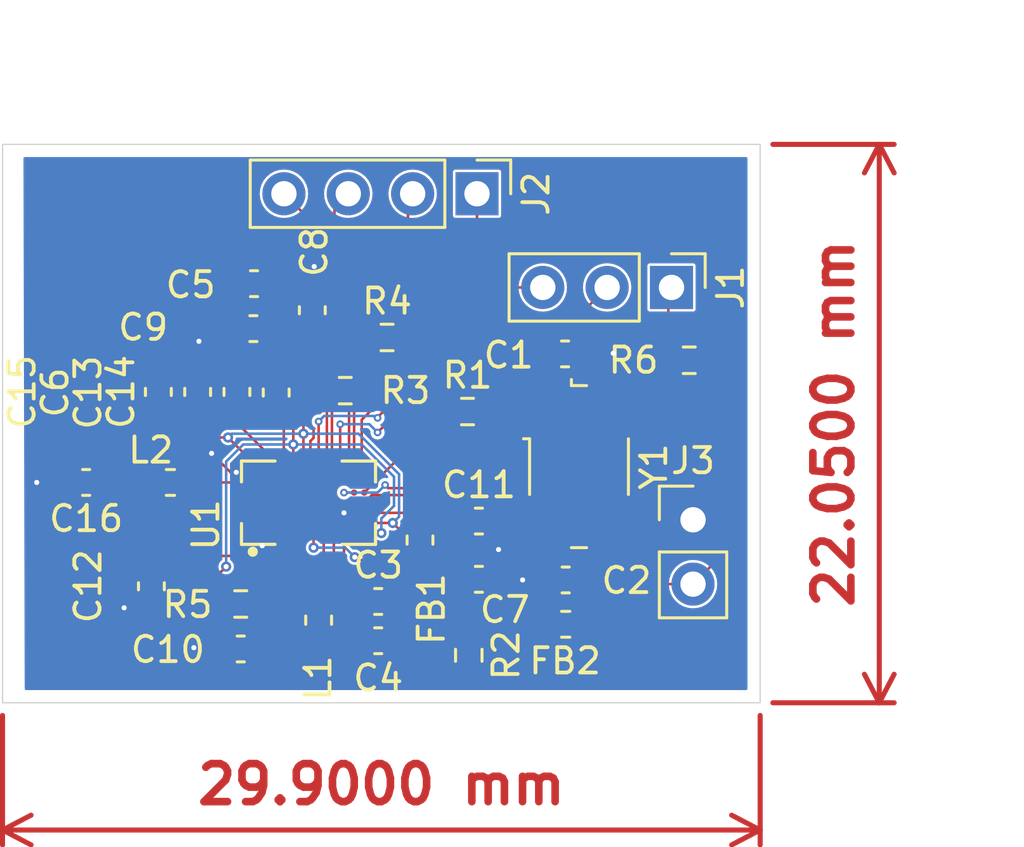
<source format=kicad_pcb>
(kicad_pcb (version 20240108) (generator "pcbnew") (generator_version "8.0")
  (layers (0 "F.Cu" signal) (31 "B.Cu" signal) (34 "B.Paste" user) (35 "F.Paste" user) (36 "B.SilkS" user "B.Silkscreen") (37 "F.SilkS" user "F.Silkscreen") (38 "B.Mask" user) (39 "F.Mask" user) (44 "Edge.Cuts" user))
  (net 0 "")
  (net 15 "GND")
  (net 16 "Net-(C1-Pad1)")
  (net 17 "Net-(U1-WLRF_XTAL_XOP)")
  (net 18 "Net-(U1-WLRF_XTAL_XON)")
  (net 19 "Net-(C3-Pad2)")
  (net 20 "Net-(U1-WLRF_2G_RF)")
  (net 21 "Net-(C4-Pad1)")
  (net 22 "WLRF_2G_ELG")
  (net 23 "ANTENNA")
  (net 24 "WL_D")
  (net 25 "Net-(U1-SDIO_DATA_1)")
  (net 26 "Net-(U1-SDIO_DATA_0)")
  (net 27 "WL_CLK")
  (net 28 "WL_CS")
  (net 29 "WL_ON")
  (net 30 "WL_GPIO2")
  (net 31 "WL_GPIO1")
  (net 32 "WL_GPIO0")
  (net 33 "VOUT_3P3")
  (net 34 "VOUT_CORE")
  (net 35 "VDDBAT")
  (net 36 "BT_PAVDD")
  (net 37 "XTAL_VDD")
  (net 38 "Net-(U1-BTFM_PLL_VDD)")
  (net 39 "VOUT_LN")
  (net 40 "SR_VLX")
  (net 41 "+3.3V")
  (footprint "Capacitor_SMD:C_0603_1608Metric" (layer "F.Cu") (at 134.975 91.925 90)
    (property "Reference" "C13" (at -0.025 -5.875 90) (layer "F.SilkS"))
    (property "Value" "2.2u")
    (fp_line (start -0.14058 -0.51) (end 0.14058 -0.51) (stroke (width 0.12)) (layer "F.SilkS"))
    (fp_line (start -0.14058 0.51) (end 0.14058 0.51) (stroke (width 0.12)) (layer "F.SilkS"))
    (pad "1" smd roundrect (at -0.775 0 90) (size 0.9 0.95) (layers "F.Cu" "F.Paste" "F.Mask") (net 34 "VOUT_CORE"))
    (pad "2" smd roundrect (at 0.775 0 90) (size 0.9 0.95) (layers "F.Cu" "F.Paste" "F.Mask") (net 15 "GND"))
  )
  (footprint "Capacitor_SMD:C_0603_1608Metric" (layer "F.Cu") (at 140.55 100.2)
    (property "Reference" "C3" (at 0 -1.43 0) (layer "F.SilkS"))
    (property "Value" "10p")
    (fp_line (start -0.14058 -0.51) (end 0.14058 -0.51) (stroke (width 0.12)) (layer "F.SilkS"))
    (fp_line (start -0.14058 0.51) (end 0.14058 0.51) (stroke (width 0.12)) (layer "F.SilkS"))
    (pad "1" smd roundrect (at -0.775 0) (size 0.9 0.95) (layers "F.Cu" "F.Paste" "F.Mask") (net 20 "Net-(U1-WLRF_2G_RF)"))
    (pad "2" smd roundrect (at 0.775 0) (size 0.9 0.95) (layers "F.Cu" "F.Paste" "F.Mask") (net 19 "Net-(C3-Pad2)"))
  )
  (footprint "Connector_PinHeader_2.54mm:PinHeader_1x02_P2.54mm_Vertical" (layer "F.Cu") (at 152.975 96.975)
    (property "Reference" "J3" (at 0 -2.33 0) (layer "F.SilkS"))
    (property "Value" "Power")
    (fp_line (start -1.33 -1.33) (end 0 -1.33) (stroke (width 0.12)) (layer "F.SilkS"))
    (fp_line (start -1.33 0) (end -1.33 -1.33) (stroke (width 0.12)) (layer "F.SilkS"))
    (fp_line (start -1.33 1.27) (end -1.33 3.87) (stroke (width 0.12)) (layer "F.SilkS"))
    (fp_line (start -1.33 1.27) (end 1.33 1.27) (stroke (width 0.12)) (layer "F.SilkS"))
    (fp_line (start -1.33 3.87) (end 1.33 3.87) (stroke (width 0.12)) (layer "F.SilkS"))
    (fp_line (start 1.33 1.27) (end 1.33 3.87) (stroke (width 0.12)) (layer "F.SilkS"))
    (pad "1" thru_hole rect (at 0 0) (size 1.7 1.7) (drill 1) (layers "*.Cu" "*.Mask") (net 15 "GND"))
    (pad "2" thru_hole oval (at 0 2.54) (size 1.7 1.7) (drill 1) (layers "*.Cu" "*.Mask") (net 41 "+3.3V"))
  )
  (footprint "Inductor_SMD:L_0603_1608Metric" (layer "F.Cu") (at 142.2 97.775 90)
    (property "Reference" "FB1" (at -2.725 0.45 90) (layer "F.SilkS"))
    (property "Value" "600@100MHz" (hide yes))
    (fp_line (start -0.162779 -0.51) (end 0.162779 -0.51) (stroke (width 0.12)) (layer "F.SilkS"))
    (fp_line (start -0.162779 0.51) (end 0.162779 0.51) (stroke (width 0.12)) (layer "F.SilkS"))
    (pad "1" smd roundrect (at -0.7875 0 90) (size 0.875 0.95) (layers "F.Cu" "F.Paste" "F.Mask") (net 38 "Net-(U1-BTFM_PLL_VDD)"))
    (pad "2" smd roundrect (at 0.7875 0 90) (size 0.875 0.95) (layers "F.Cu" "F.Paste" "F.Mask") (net 37 "XTAL_VDD"))
  )
  (footprint "Capacitor_SMD:C_0603_1608Metric" (layer "F.Cu") (at 133.425 91.925 90)
    (property "Reference" "C6" (at -0.025 -5.625 90) (layer "F.SilkS"))
    (property "Value" "100n")
    (fp_line (start -0.14058 -0.51) (end 0.14058 -0.51) (stroke (width 0.12)) (layer "F.SilkS"))
    (fp_line (start -0.14058 0.51) (end 0.14058 0.51) (stroke (width 0.12)) (layer "F.SilkS"))
    (pad "1" smd roundrect (at -0.775 0 90) (size 0.9 0.95) (layers "F.Cu" "F.Paste" "F.Mask") (net 34 "VOUT_CORE"))
    (pad "2" smd roundrect (at 0.775 0 90) (size 0.9 0.95) (layers "F.Cu" "F.Paste" "F.Mask") (net 15 "GND"))
  )
  (footprint "Inductor_SMD:L_0603_1608Metric" (layer "F.Cu") (at 147.95 101.1)
    (property "Reference" "FB2" (at -0.025 1.45 0) (layer "F.SilkS"))
    (property "Value" "600@100MHz")
    (fp_line (start -0.162779 -0.51) (end 0.162779 -0.51) (stroke (width 0.12)) (layer "F.SilkS"))
    (fp_line (start -0.162779 0.51) (end 0.162779 0.51) (stroke (width 0.12)) (layer "F.SilkS"))
    (pad "1" smd roundrect (at -0.7875 0) (size 0.875 0.95) (layers "F.Cu" "F.Paste" "F.Mask") (net 35 "VDDBAT"))
    (pad "2" smd roundrect (at 0.7875 0) (size 0.875 0.95) (layers "F.Cu" "F.Paste" "F.Mask") (net 41 "+3.3V"))
  )
  (footprint "Resistor_SMD:R_0603_1608Metric" (layer "F.Cu") (at 152.825 90.675)
    (property "Reference" "R6" (at -2.2 0 0) (layer "F.SilkS"))
    (property "Value" "10K")
    (fp_line (start -0.237258 -0.5225) (end 0.237258 -0.5225) (stroke (width 0.12)) (layer "F.SilkS"))
    (fp_line (start -0.237258 0.5225) (end 0.237258 0.5225) (stroke (width 0.12)) (layer "F.SilkS"))
    (pad "1" smd roundrect (at -0.825 0) (size 0.8 0.95) (layers "F.Cu" "F.Paste" "F.Mask") (net 30 "WL_GPIO2"))
    (pad "2" smd roundrect (at 0.825 0) (size 0.8 0.95) (layers "F.Cu" "F.Paste" "F.Mask") (net 41 "+3.3V"))
  )
  (footprint "Capacitor_SMD:C_0603_1608Metric" (layer "F.Cu") (at 129.025 95.5 180)
    (property "Reference" "C16" (at 0 -1.43 360) (layer "F.SilkS"))
    (property "Value" "4.7u")
    (fp_line (start -0.14058 0.51) (end 0.14058 0.51) (stroke (width 0.12)) (layer "F.SilkS"))
    (fp_line (start -0.14058 -0.51) (end 0.14058 -0.51) (stroke (width 0.12)) (layer "F.SilkS"))
    (pad "1" smd roundrect (at -0.775 0 180) (size 0.9 0.95) (layers "F.Cu" "F.Paste" "F.Mask") (net 35 "VDDBAT"))
    (pad "2" smd roundrect (at 0.775 0 180) (size 0.9 0.95) (layers "F.Cu" "F.Paste" "F.Mask") (net 15 "GND"))
  )
  (footprint "Capacitor_SMD:C_0603_1608Metric" (layer "F.Cu") (at 140.55 101.75)
    (property "Reference" "C4" (at 0 1.475 0) (layer "F.SilkS"))
    (property "Value" "10p")
    (fp_line (start -0.14058 -0.51) (end 0.14058 -0.51) (stroke (width 0.12)) (layer "F.SilkS"))
    (fp_line (start -0.14058 0.51) (end 0.14058 0.51) (stroke (width 0.12)) (layer "F.SilkS"))
    (pad "1" smd roundrect (at -0.775 0) (size 0.9 0.95) (layers "F.Cu" "F.Paste" "F.Mask") (net 21 "Net-(C4-Pad1)"))
    (pad "2" smd roundrect (at 0.775 0) (size 0.9 0.95) (layers "F.Cu" "F.Paste" "F.Mask") (net 19 "Net-(C3-Pad2)"))
  )
  (footprint "Capacitor_SMD:C_0603_1608Metric" (layer "F.Cu") (at 136.525 91.95 90)
    (property "Reference" "C14" (at 0.025 -6.125 90) (layer "F.SilkS"))
    (property "Value" "2.2u")
    (fp_line (start -0.14058 -0.51) (end 0.14058 -0.51) (stroke (width 0.12)) (layer "F.SilkS"))
    (fp_line (start -0.14058 0.51) (end 0.14058 0.51) (stroke (width 0.12)) (layer "F.SilkS"))
    (pad "1" smd roundrect (at -0.775 0 90) (size 0.9 0.95) (layers "F.Cu" "F.Paste" "F.Mask") (net 39 "VOUT_LN"))
    (pad "2" smd roundrect (at 0.775 0 90) (size 0.9 0.95) (layers "F.Cu" "F.Paste" "F.Mask") (net 15 "GND"))
  )
  (footprint "Capacitor_SMD:C_0603_1608Metric" (layer "F.Cu") (at 147.95 99.35 180)
    (property "Reference" "C2" (at -2.4 -0.025 360) (layer "F.SilkS"))
    (property "Value" "18p")
    (fp_line (start -0.14058 0.51) (end 0.14058 0.51) (stroke (width 0.12)) (layer "F.SilkS"))
    (fp_line (start -0.14058 -0.51) (end 0.14058 -0.51) (stroke (width 0.12)) (layer "F.SilkS"))
    (pad "1" smd roundrect (at -0.775 0 180) (size 0.9 0.95) (layers "F.Cu" "F.Paste" "F.Mask") (net 17 "Net-(U1-WLRF_XTAL_XOP)"))
    (pad "2" smd roundrect (at 0.775 0 180) (size 0.9 0.95) (layers "F.Cu" "F.Paste" "F.Mask") (net 15 "GND"))
  )
  (footprint "Connector_PinHeader_2.54mm:PinHeader_1x04_P2.54mm_Vertical" (layer "F.Cu") (at 144.45 84.1 -90)
    (property "Reference" "J2" (at 0 -2.33 90) (layer "F.SilkS"))
    (property "Value" "SPI")
    (fp_line (start -1.33 8.95) (end 1.33 8.95) (stroke (width 0.12)) (layer "F.SilkS"))
    (fp_line (start -1.33 1.27) (end -1.33 8.95) (stroke (width 0.12)) (layer "F.SilkS"))
    (fp_line (start -1.33 1.27) (end 1.33 1.27) (stroke (width 0.12)) (layer "F.SilkS"))
    (fp_line (start 1.33 1.27) (end 1.33 8.95) (stroke (width 0.12)) (layer "F.SilkS"))
    (fp_line (start -1.33 0) (end -1.33 -1.33) (stroke (width 0.12)) (layer "F.SilkS"))
    (fp_line (start -1.33 -1.33) (end 0 -1.33) (stroke (width 0.12)) (layer "F.SilkS"))
    (pad "1" thru_hole rect (at 0 0 270) (size 1.7 1.7) (drill 1) (layers "*.Cu" "*.Mask") (net 27 "WL_CLK"))
    (pad "2" thru_hole oval (at 0 2.54 270) (size 1.7 1.7) (drill 1) (layers "*.Cu" "*.Mask") (net 24 "WL_D"))
    (pad "3" thru_hole oval (at 0 5.08 270) (size 1.7 1.7) (drill 1) (layers "*.Cu" "*.Mask") (net 28 "WL_CS"))
    (pad "4" thru_hole oval (at 0 7.62 270) (size 1.7 1.7) (drill 1) (layers "*.Cu" "*.Mask") (net 29 "WL_ON"))
  )
  (footprint "Inductor_SMD:L_0603_1608Metric" (layer "F.Cu") (at 138.2 100.9375 -90)
    (property "Reference" "L1" (at 2.2875 0.025 90) (layer "F.SilkS"))
    (property "Value" "4.7n")
    (fp_line (start -0.162779 0.51) (end 0.162779 0.51) (stroke (width 0.12)) (layer "F.SilkS"))
    (fp_line (start -0.162779 -0.51) (end 0.162779 -0.51) (stroke (width 0.12)) (layer "F.SilkS"))
    (pad "1" smd roundrect (at -0.7875 0 270) (size 0.875 0.95) (layers "F.Cu" "F.Paste" "F.Mask") (net 22 "WLRF_2G_ELG"))
    (pad "2" smd roundrect (at 0.7875 0 270) (size 0.875 0.95) (layers "F.Cu" "F.Paste" "F.Mask") (net 21 "Net-(C4-Pad1)"))
  )
  (footprint "Capacitor_SMD:C_0603_1608Metric" (layer "F.Cu") (at 135.125 102.075 180)
    (property "Reference" "C10" (at 2.875 -0.025 360) (layer "F.SilkS"))
    (property "Value" "1u")
    (fp_line (start -0.14058 0.51) (end 0.14058 0.51) (stroke (width 0.12)) (layer "F.SilkS"))
    (fp_line (start -0.14058 -0.51) (end 0.14058 -0.51) (stroke (width 0.12)) (layer "F.SilkS"))
    (pad "1" smd roundrect (at -0.775 0 180) (size 0.9 0.95) (layers "F.Cu" "F.Paste" "F.Mask") (net 36 "BT_PAVDD"))
    (pad "2" smd roundrect (at 0.775 0 180) (size 0.9 0.95) (layers "F.Cu" "F.Paste" "F.Mask") (net 15 "GND"))
  )
  (footprint "Crystal:Crystal_SMD_0603-4Pin_6.0x3.5mm" (layer "F.Cu") (at 148.475 94.875 -90)
    (property "Reference" "Y1" (at 0 -2.95 90) (layer "F.SilkS"))
    (property "Value" "Crystal")
    (fp_line (start -1.1 1.95) (end -1.1 2.19) (stroke (width 0.12)) (layer "F.SilkS"))
    (fp_line (start 1.1 1.95) (end -1.1 1.95) (stroke (width 0.12)) (layer "F.SilkS"))
    (fp_line (start -3.44 0.3) (end -3.2 0.3) (stroke (width 0.12)) (layer "F.SilkS"))
    (fp_line (start -3.2 0.3) (end -3.2 -0.3) (stroke (width 0.12)) (layer "F.SilkS"))
    (fp_line (start 3.2 -0.3) (end 3.2 0.3) (stroke (width 0.12)) (layer "F.SilkS"))
    (fp_line (start -1.1 -1.95) (end 1.1 -1.95) (stroke (width 0.12)) (layer "F.SilkS"))
    (pad "1" smd rect (at -2.2 1.2 270) (size 1.8 1.4) (layers "F.Cu" "F.Paste" "F.Mask") (net 16 "Net-(C1-Pad1)"))
    (pad "2" smd rect (at 2.2 1.2 270) (size 1.8 1.4) (layers "F.Cu" "F.Paste" "F.Mask") (net 15 "GND"))
    (pad "3" smd rect (at 2.2 -1.2 270) (size 1.8 1.4) (layers "F.Cu" "F.Paste" "F.Mask") (net 17 "Net-(U1-WLRF_XTAL_XOP)"))
    (pad "4" smd rect (at -2.2 -1.2 270) (size 1.8 1.4) (layers "F.Cu" "F.Paste" "F.Mask"))
  )
  (footprint "Connector_PinHeader_2.54mm:PinHeader_1x03_P2.54mm_Vertical" (layer "F.Cu") (at 152.125 87.8 -90)
    (property "Reference" "J1" (at 0 -2.33 90) (layer "F.SilkS"))
    (property "Value" "GPIOs")
    (fp_line (start -1.33 6.41) (end 1.33 6.41) (stroke (width 0.12)) (layer "F.SilkS"))
    (fp_line (start -1.33 1.27) (end -1.33 6.41) (stroke (width 0.12)) (layer "F.SilkS"))
    (fp_line (start -1.33 1.27) (end 1.33 1.27) (stroke (width 0.12)) (layer "F.SilkS"))
    (fp_line (start 1.33 1.27) (end 1.33 6.41) (stroke (width 0.12)) (layer "F.SilkS"))
    (fp_line (start -1.33 0) (end -1.33 -1.33) (stroke (width 0.12)) (layer "F.SilkS"))
    (fp_line (start -1.33 -1.33) (end 0 -1.33) (stroke (width 0.12)) (layer "F.SilkS"))
    (pad "1" thru_hole rect (at 0 0 270) (size 1.7 1.7) (drill 1) (layers "*.Cu" "*.Mask") (net 30 "WL_GPIO2"))
    (pad "2" thru_hole oval (at 0 2.54 270) (size 1.7 1.7) (drill 1) (layers "*.Cu" "*.Mask") (net 32 "WL_GPIO0"))
    (pad "3" thru_hole oval (at 0 5.08 270) (size 1.7 1.7) (drill 1) (layers "*.Cu" "*.Mask") (net 31 "WL_GPIO1"))
  )
  (footprint "Capacitor_SMD:C_0603_1608Metric" (layer "F.Cu") (at 144.525 97.025)
    (property "Reference" "C11" (at 0 -1.43 0) (layer "F.SilkS"))
    (property "Value" "100n")
    (fp_line (start -0.14058 -0.51) (end 0.14058 -0.51) (stroke (width 0.12)) (layer "F.SilkS"))
    (fp_line (start -0.14058 0.51) (end 0.14058 0.51) (stroke (width 0.12)) (layer "F.SilkS"))
    (pad "1" smd roundrect (at -0.775 0) (size 0.9 0.95) (layers "F.Cu" "F.Paste" "F.Mask") (net 37 "XTAL_VDD"))
    (pad "2" smd roundrect (at 0.775 0) (size 0.9 0.95) (layers "F.Cu" "F.Paste" "F.Mask") (net 15 "GND"))
  )
  (footprint "Resistor_SMD:R_0603_1608Metric" (layer "F.Cu") (at 144.125 102.325 -90)
    (property "Reference" "R2" (at 0 -1.475 90) (layer "F.SilkS"))
    (property "Value" "0")
    (fp_line (start -0.237258 0.5225) (end 0.237258 0.5225) (stroke (width 0.12)) (layer "F.SilkS"))
    (fp_line (start -0.237258 -0.5225) (end 0.237258 -0.5225) (stroke (width 0.12)) (layer "F.SilkS"))
    (pad "1" smd roundrect (at -0.825 0 270) (size 0.8 0.95) (layers "F.Cu" "F.Paste" "F.Mask") (net 19 "Net-(C3-Pad2)"))
    (pad "2" smd roundrect (at 0.825 0 270) (size 0.8 0.95) (layers "F.Cu" "F.Paste" "F.Mask") (net 23 "ANTENNA"))
  )
  (footprint "Capacitor_SMD:C_0603_1608Metric" (layer "F.Cu") (at 131.875 91.925 90)
    (property "Reference" "C15" (at 0 -5.375 90) (layer "F.SilkS"))
    (property "Value" "4.7u")
    (fp_line (start -0.14058 -0.51) (end 0.14058 -0.51) (stroke (width 0.12)) (layer "F.SilkS"))
    (fp_line (start -0.14058 0.51) (end 0.14058 0.51) (stroke (width 0.12)) (layer "F.SilkS"))
    (pad "1" smd roundrect (at -0.775 0 90) (size 0.9 0.95) (layers "F.Cu" "F.Paste" "F.Mask") (net 35 "VDDBAT"))
    (pad "2" smd roundrect (at 0.775 0 90) (size 0.9 0.95) (layers "F.Cu" "F.Paste" "F.Mask") (net 15 "GND"))
  )
  (footprint "Capacitor_SMD:C_0603_1608Metric" (layer "F.Cu") (at 131.6 99.6 -90)
    (property "Reference" "C12" (at 0 2.5 90) (layer "F.SilkS"))
    (property "Value" "1u")
    (fp_line (start -0.14058 0.51) (end 0.14058 0.51) (stroke (width 0.12)) (layer "F.SilkS"))
    (fp_line (start -0.14058 -0.51) (end 0.14058 -0.51) (stroke (width 0.12)) (layer "F.SilkS"))
    (pad "1" smd roundrect (at -0.775 0 270) (size 0.9 0.95) (layers "F.Cu" "F.Paste" "F.Mask") (net 38 "Net-(U1-BTFM_PLL_VDD)"))
    (pad "2" smd roundrect (at 0.775 0 270) (size 0.9 0.95) (layers "F.Cu" "F.Paste" "F.Mask") (net 15 "GND"))
  )
  (footprint "Inductor_SMD:L_0603_1608Metric" (layer "F.Cu") (at 132.35 95.5)
    (property "Reference" "L2" (at -0.775 -1.275 0) (layer "F.SilkS"))
    (property "Value" "2.2u")
    (fp_line (start -0.162779 -0.51) (end 0.162779 -0.51) (stroke (width 0.12)) (layer "F.SilkS"))
    (fp_line (start -0.162779 0.51) (end 0.162779 0.51) (stroke (width 0.12)) (layer "F.SilkS"))
    (pad "1" smd roundrect (at -0.7875 0) (size 0.875 0.95) (layers "F.Cu" "F.Paste" "F.Mask") (net 35 "VDDBAT"))
    (pad "2" smd roundrect (at 0.7875 0) (size 0.875 0.95) (layers "F.Cu" "F.Paste" "F.Mask") (net 40 "SR_VLX"))
  )
  (footprint "Capacitor_SMD:C_0603_1608Metric" (layer "F.Cu") (at 135.625 89.425 180)
    (property "Reference" "C9" (at 4.35 0.05 360) (layer "F.SilkS"))
    (property "Value" "1u")
    (fp_line (start -0.14058 0.51) (end 0.14058 0.51) (stroke (width 0.12)) (layer "F.SilkS"))
    (fp_line (start -0.14058 -0.51) (end 0.14058 -0.51) (stroke (width 0.12)) (layer "F.SilkS"))
    (pad "1" smd roundrect (at -0.775 0 180) (size 0.9 0.95) (layers "F.Cu" "F.Paste" "F.Mask") (net 33 "VOUT_3P3"))
    (pad "2" smd roundrect (at 0.775 0 180) (size 0.9 0.95) (layers "F.Cu" "F.Paste" "F.Mask") (net 15 "GND"))
  )
  (footprint "Capacitor_SMD:C_0603_1608Metric" (layer "F.Cu") (at 144.525 99.325)
    (property "Reference" "C7" (at 1.025 1.2 360) (layer "F.SilkS"))
    (property "Value" "1u")
    (fp_line (start -0.14058 -0.51) (end 0.14058 -0.51) (stroke (width 0.12)) (layer "F.SilkS"))
    (fp_line (start -0.14058 0.51) (end 0.14058 0.51) (stroke (width 0.12)) (layer "F.SilkS"))
    (pad "1" smd roundrect (at -0.775 0) (size 0.9 0.95) (layers "F.Cu" "F.Paste" "F.Mask") (net 35 "VDDBAT"))
    (pad "2" smd roundrect (at 0.775 0) (size 0.9 0.95) (layers "F.Cu" "F.Paste" "F.Mask") (net 15 "GND"))
  )
  (footprint "Resistor_SMD:R_0603_1608Metric" (layer "F.Cu") (at 139.25 91.875)
    (property "Reference" "R3" (at 2.375 0 0) (layer "F.SilkS"))
    (property "Value" "10K")
    (fp_line (start -0.237258 -0.5225) (end 0.237258 -0.5225) (stroke (width 0.12)) (layer "F.SilkS"))
    (fp_line (start -0.237258 0.5225) (end 0.237258 0.5225) (stroke (width 0.12)) (layer "F.SilkS"))
    (pad "1" smd roundrect (at -0.825 0) (size 0.8 0.95) (layers "F.Cu" "F.Paste" "F.Mask") (net 25 "Net-(U1-SDIO_DATA_1)"))
    (pad "2" smd roundrect (at 0.825 0) (size 0.8 0.95) (layers "F.Cu" "F.Paste" "F.Mask") (net 24 "WL_D"))
  )
  (footprint "CYW43439KUBGT:BGA63N40P7X12_287X487X55N" (layer "F.Cu") (at 137.8 96.3 90)
    (property "Reference" "U1" (at -0.875 -4.05 90) (layer "F.SilkS"))
    (property "Value" "CYW43439KUBGT")
    (fp_line (start 1.645 -2.645) (end 0.8225 -2.645) (stroke (width 0.127)) (layer "F.SilkS"))
    (fp_line (start 1.645 -2.645) (end 1.645 -1.3225) (stroke (width 0.127)) (layer "F.SilkS"))
    (fp_line (start -1.645 -2.645) (end -0.8225 -2.645) (stroke (width 0.127)) (layer "F.SilkS"))
    (fp_line (start -1.645 -2.645) (end -1.645 -1.3225) (stroke (width 0.127)) (layer "F.SilkS"))
    (fp_line (start 1.645 2.645) (end 1.645 1.3225) (stroke (width 0.127)) (layer "F.SilkS"))
    (fp_line (start 1.645 2.645) (end 0.8225 2.645) (stroke (width 0.127)) (layer "F.SilkS"))
    (fp_line (start -1.645 2.645) (end -1.645 1.3225) (stroke (width 0.127)) (layer "F.SilkS"))
    (fp_line (start -1.645 2.645) (end -0.8225 2.645) (stroke (width 0.127)) (layer "F.SilkS"))
    (fp_circle (center -1.935 -2.2) (end -1.835 -2.2) (stroke (width 0.2)) (fill none) (layer "F.SilkS"))
    (pad "A1" smd circle (at -1.2 -2.2 90) (size 0.25 0.25) (layers "F.Cu" "F.Paste" "F.Mask"))
    (pad "A2" smd circle (at -0.8 -2.2 90) (size 0.25 0.25) (layers "F.Cu" "F.Paste" "F.Mask"))
    (pad "A5" smd circle (at 0.4 -2.2 90) (size 0.25 0.25) (layers "F.Cu" "F.Paste" "F.Mask"))
    (pad "A6" smd circle (at 0.8 -2.2 90) (size 0.25 0.25) (layers "F.Cu" "F.Paste" "F.Mask") (net 40 "SR_VLX"))
    (pad "A7" smd circle (at 1.2 -2.2 90) (size 0.25 0.25) (layers "F.Cu" "F.Paste" "F.Mask") (net 15 "GND"))
    (pad "B1" smd circle (at -1.2 -1.8 90) (size 0.25 0.25) (layers "F.Cu" "F.Paste" "F.Mask") (net 15 "GND"))
    (pad "B2" smd circle (at -0.8 -1.8 90) (size 0.25 0.25) (layers "F.Cu" "F.Paste" "F.Mask"))
    (pad "B4" smd circle (at 0 -1.8 90) (size 0.25 0.25) (layers "F.Cu" "F.Paste" "F.Mask"))
    (pad "B5" smd circle (at 0.4 -1.8 90) (size 0.25 0.25) (layers "F.Cu" "F.Paste" "F.Mask"))
    (pad "B6" smd circle (at 0.8 -1.8 90) (size 0.25 0.25) (layers "F.Cu" "F.Paste" "F.Mask") (net 15 "GND"))
    (pad "B7" smd circle (at 1.2 -1.8 90) (size 0.25 0.25) (layers "F.Cu" "F.Paste" "F.Mask") (net 35 "VDDBAT"))
    (pad "C1" smd circle (at -1.2 -1.4 90) (size 0.25 0.25) (layers "F.Cu" "F.Paste" "F.Mask"))
    (pad "C2" smd circle (at -0.8 -1.4 90) (size 0.25 0.25) (layers "F.Cu" "F.Paste" "F.Mask"))
    (pad "C3" smd circle (at -0.4 -1.4 90) (size 0.25 0.25) (layers "F.Cu" "F.Paste" "F.Mask"))
    (pad "C4" smd circle (at 0 -1.4 90) (size 0.25 0.25) (layers "F.Cu" "F.Paste" "F.Mask"))
    (pad "C6" smd circle (at 0.8 -1.4 90) (size 0.25 0.25) (layers "F.Cu" "F.Paste" "F.Mask") (net 34 "VOUT_CORE"))
    (pad "C7" smd circle (at 1.2 -1.4 90) (size 0.25 0.25) (layers "F.Cu" "F.Paste" "F.Mask") (net 35 "VDDBAT"))
    (pad "D2" smd circle (at -0.8 -1 90) (size 0.25 0.25) (layers "F.Cu" "F.Paste" "F.Mask"))
    (pad "D3" smd circle (at -0.4 -1 90) (size 0.25 0.25) (layers "F.Cu" "F.Paste" "F.Mask") (net 34 "VOUT_CORE"))
    (pad "D4" smd circle (at 0 -1 90) (size 0.25 0.25) (layers "F.Cu" "F.Paste" "F.Mask") (net 15 "GND"))
    (pad "D6" smd circle (at 0.8 -1 90) (size 0.25 0.25) (layers "F.Cu" "F.Paste" "F.Mask") (net 39 "VOUT_LN"))
    (pad "E1" smd circle (at -1.2 -0.6 90) (size 0.25 0.25) (layers "F.Cu" "F.Paste" "F.Mask"))
    (pad "E2" smd circle (at -0.8 -0.6 90) (size 0.25 0.25) (layers "F.Cu" "F.Paste" "F.Mask") (net 38 "Net-(U1-BTFM_PLL_VDD)"))
    (pad "E3" smd circle (at -0.4 -0.6 90) (size 0.25 0.25) (layers "F.Cu" "F.Paste" "F.Mask") (net 15 "GND"))
    (pad "E6" smd circle (at 0.8 -0.6 90) (size 0.25 0.25) (layers "F.Cu" "F.Paste" "F.Mask") (net 29 "WL_ON"))
    (pad "E7" smd circle (at 1.2 -0.6 90) (size 0.25 0.25) (layers "F.Cu" "F.Paste" "F.Mask") (net 33 "VOUT_3P3"))
    (pad "F1" smd circle (at -1.2 -0.2 90) (size 0.25 0.25) (layers "F.Cu" "F.Paste" "F.Mask") (net 38 "Net-(U1-BTFM_PLL_VDD)"))
    (pad "F2" smd circle (at -0.8 -0.2 90) (size 0.25 0.25) (layers "F.Cu" "F.Paste" "F.Mask") (net 38 "Net-(U1-BTFM_PLL_VDD)"))
    (pad "F5" smd circle (at 0.4 -0.2 90) (size 0.25 0.25) (layers "F.Cu" "F.Paste" "F.Mask"))
    (pad "F6" smd circle (at 0.8 -0.2 90) (size 0.25 0.25) (layers "F.Cu" "F.Paste" "F.Mask") (net 35 "VDDBAT"))
    (pad "F7" smd circle (at 1.2 -0.2 90) (size 0.25 0.25) (layers "F.Cu" "F.Paste" "F.Mask") (net 35 "VDDBAT"))
    (pad "G1" smd circle (at -1.2 0.2 90) (size 0.25 0.25) (layers "F.Cu" "F.Paste" "F.Mask") (net 38 "Net-(U1-BTFM_PLL_VDD)"))
    (pad "G2" smd circle (at -0.8 0.2 90) (size 0.25 0.25) (layers "F.Cu" "F.Paste" "F.Mask") (net 15 "GND"))
    (pad "G4" smd circle (at 0 0.2 90) (size 0.25 0.25) (layers "F.Cu" "F.Paste" "F.Mask") (net 34 "VOUT_CORE"))
    (pad "G6" smd circle (at 0.8 0.2 90) (size 0.25 0.25) (layers "F.Cu" "F.Paste" "F.Mask") (net 29 "WL_ON"))
    (pad "H1" smd circle (at -1.2 0.6 90) (size 0.25 0.25) (layers "F.Cu" "F.Paste" "F.Mask") (net 36 "BT_PAVDD"))
    (pad "H2" smd circle (at -0.8 0.6 90) (size 0.25 0.25) (layers "F.Cu" "F.Paste" "F.Mask") (net 15 "GND"))
    (pad "H3" smd circle (at -0.4 0.6 90) (size 0.25 0.25) (layers "F.Cu" "F.Paste" "F.Mask") (net 15 "GND"))
    (pad "H4" smd circle (at 0 0.6 90) (size 0.25 0.25) (layers "F.Cu" "F.Paste" "F.Mask") (net 15 "GND"))
    (pad "H6" smd circle (at 0.8 0.6 90) (size 0.25 0.25) (layers "F.Cu" "F.Paste" "F.Mask") (net 31 "WL_GPIO1"))
    (pad "H7" smd circle (at 1.2 0.6 90) (size 0.25 0.25) (layers "F.Cu" "F.Paste" "F.Mask") (net 25 "Net-(U1-SDIO_DATA_1)"))
    (pad "J1" smd circle (at -1.2 1 90) (size 0.25 0.25) (layers "F.Cu" "F.Paste" "F.Mask") (net 22 "WLRF_2G_ELG"))
    (pad "J2" smd circle (at -0.8 1 90) (size 0.25 0.25) (layers "F.Cu" "F.Paste" "F.Mask") (net 15 "GND"))
    (pad "J3" smd circle (at -0.4 1 90) (size 0.25 0.25) (layers "F.Cu" "F.Paste" "F.Mask") (net 15 "GND"))
    (pad "J5" smd circle (at 0.4 1 90) (size 0.25 0.25) (layers "F.Cu" "F.Paste" "F.Mask") (net 15 "GND"))
    (pad "J6" smd circle (at 0.8 1 90) (size 0.25 0.25) (layers "F.Cu" "F.Paste" "F.Mask") (net 32 "WL_GPIO0"))
    (pad "J7" smd circle (at 1.2 1 90) (size 0.25 0.25) (layers "F.Cu" "F.Paste" "F.Mask") (net 28 "WL_CS"))
    (pad "K1" smd circle (at -1.2 1.4 90) (size 0.25 0.25) (layers "F.Cu" "F.Paste" "F.Mask") (net 20 "Net-(U1-WLRF_2G_RF)"))
    (pad "K2" smd circle (at -0.8 1.4 90) (size 0.25 0.25) (layers "F.Cu" "F.Paste" "F.Mask") (net 15 "GND"))
    (pad "K6" smd circle (at 0.8 1.4 90) (size 0.25 0.25) (layers "F.Cu" "F.Paste" "F.Mask") (net 26 "Net-(U1-SDIO_DATA_0)"))
    (pad "L2" smd circle (at -0.8 1.8 90) (size 0.25 0.25) (layers "F.Cu" "F.Paste" "F.Mask") (net 15 "GND"))
    (pad "L3" smd circle (at -0.4 1.8 90) (size 0.25 0.25) (layers "F.Cu" "F.Paste" "F.Mask") (net 15 "GND"))
    (pad "L4" smd circle (at 0 1.8 90) (size 0.25 0.25) (layers "F.Cu" "F.Paste" "F.Mask") (net 15 "GND"))
    (pad "L5" smd circle (at 0.4 1.8 90) (size 0.25 0.25) (layers "F.Cu" "F.Paste" "F.Mask") (net 30 "WL_GPIO2"))
    (pad "L6" smd circle (at 0.8 1.8 90) (size 0.25 0.25) (layers "F.Cu" "F.Paste" "F.Mask") (net 24 "WL_D"))
    (pad "L7" smd circle (at 1.2 1.8 90) (size 0.25 0.25) (layers "F.Cu" "F.Paste" "F.Mask") (net 24 "WL_D"))
    (pad "M1" smd circle (at -1.2 2.2 90) (size 0.25 0.25) (layers "F.Cu" "F.Paste" "F.Mask") (net 33 "VOUT_3P3"))
    (pad "M2" smd circle (at -0.8 2.2 90) (size 0.25 0.25) (layers "F.Cu" "F.Paste" "F.Mask") (net 35 "VDDBAT"))
    (pad "M3" smd circle (at -0.4 2.2 90) (size 0.25 0.25) (layers "F.Cu" "F.Paste" "F.Mask") (net 37 "XTAL_VDD"))
    (pad "M4" smd circle (at 0 2.2 90) (size 0.25 0.25) (layers "F.Cu" "F.Paste" "F.Mask") (net 17 "Net-(U1-WLRF_XTAL_XOP)"))
    (pad "M5" smd circle (at 0.4 2.2 90) (size 0.25 0.25) (layers "F.Cu" "F.Paste" "F.Mask") (net 18 "Net-(U1-WLRF_XTAL_XON)"))
    (pad "M6" smd circle (at 0.8 2.2 90) (size 0.25 0.25) (layers "F.Cu" "F.Paste" "F.Mask"))
    (pad "M7" smd circle (at 1.2 2.2 90) (size 0.25 0.25) (layers "F.Cu" "F.Paste" "F.Mask") (net 27 "WL_CLK"))
  )
  (footprint "Capacitor_SMD:C_0603_1608Metric" (layer "F.Cu") (at 147.925 90.425)
    (property "Reference" "C1" (at -2.225 0.05 360) (layer "F.SilkS"))
    (property "Value" "18p")
    (fp_line (start -0.14058 -0.51) (end 0.14058 -0.51) (stroke (width 0.12)) (layer "F.SilkS"))
    (fp_line (start -0.14058 0.51) (end 0.14058 0.51) (stroke (width 0.12)) (layer "F.SilkS"))
    (pad "1" smd roundrect (at -0.775 0) (size 0.9 0.95) (layers "F.Cu" "F.Paste" "F.Mask") (net 16 "Net-(C1-Pad1)"))
    (pad "2" smd roundrect (at 0.775 0) (size 0.9 0.95) (layers "F.Cu" "F.Paste" "F.Mask") (net 15 "GND"))
  )
  (footprint "Resistor_SMD:R_0603_1608Metric" (layer "F.Cu") (at 140.9 89.775)
    (property "Reference" "R4" (at 0 -1.43 360) (layer "F.SilkS"))
    (property "Value" "470")
    (fp_line (start -0.237258 -0.5225) (end 0.237258 -0.5225) (stroke (width 0.12)) (layer "F.SilkS"))
    (fp_line (start -0.237258 0.5225) (end 0.237258 0.5225) (stroke (width 0.12)) (layer "F.SilkS"))
    (pad "1" smd roundrect (at -0.825 0) (size 0.8 0.95) (layers "F.Cu" "F.Paste" "F.Mask") (net 26 "Net-(U1-SDIO_DATA_0)"))
    (pad "2" smd roundrect (at 0.825 0) (size 0.8 0.95) (layers "F.Cu" "F.Paste" "F.Mask") (net 24 "WL_D"))
  )
  (footprint "Capacitor_SMD:C_0603_1608Metric" (layer "F.Cu") (at 137.95 88.7 90)
    (property "Reference" "C8" (at 2.3 0.075 90) (layer "F.SilkS"))
    (property "Value" "100n")
    (fp_line (start -0.14058 -0.51) (end 0.14058 -0.51) (stroke (width 0.12)) (layer "F.SilkS"))
    (fp_line (start -0.14058 0.51) (end 0.14058 0.51) (stroke (width 0.12)) (layer "F.SilkS"))
    (pad "1" smd roundrect (at -0.775 0 90) (size 0.9 0.95) (layers "F.Cu" "F.Paste" "F.Mask") (net 35 "VDDBAT"))
    (pad "2" smd roundrect (at 0.775 0 90) (size 0.9 0.95) (layers "F.Cu" "F.Paste" "F.Mask") (net 15 "GND"))
  )
  (footprint "Capacitor_SMD:C_0603_1608Metric" (layer "F.Cu") (at 135.65 87.65 180)
    (property "Reference" "C5" (at 2.5 -0.05 360) (layer "F.SilkS"))
    (property "Value" "4.7u")
    (fp_line (start -0.14058 0.51) (end 0.14058 0.51) (stroke (width 0.12)) (layer "F.SilkS"))
    (fp_line (start -0.14058 -0.51) (end 0.14058 -0.51) (stroke (width 0.12)) (layer "F.SilkS"))
    (pad "1" smd roundrect (at -0.775 0 180) (size 0.9 0.95) (layers "F.Cu" "F.Paste" "F.Mask") (net 33 "VOUT_3P3"))
    (pad "2" smd roundrect (at 0.775 0 180) (size 0.9 0.95) (layers "F.Cu" "F.Paste" "F.Mask") (net 15 "GND"))
  )
  (footprint "Resistor_SMD:R_0603_1608Metric" (layer "F.Cu") (at 135.125 100.3)
    (property "Reference" "R5" (at -2.1 0.025 0) (layer "F.SilkS"))
    (property "Value" "22")
    (fp_line (start -0.237258 -0.5225) (end 0.237258 -0.5225) (stroke (width 0.12)) (layer "F.SilkS"))
    (fp_line (start -0.237258 0.5225) (end 0.237258 0.5225) (stroke (width 0.12)) (layer "F.SilkS"))
    (pad "1" smd roundrect (at -0.825 0) (size 0.8 0.95) (layers "F.Cu" "F.Paste" "F.Mask") (net 33 "VOUT_3P3"))
    (pad "2" smd roundrect (at 0.825 0) (size 0.8 0.95) (layers "F.Cu" "F.Paste" "F.Mask") (net 36 "BT_PAVDD"))
  )
  (footprint "Resistor_SMD:R_0603_1608Metric" (layer "F.Cu") (at 144.075 92.7)
    (property "Reference" "R1" (at 0 -1.43 0) (layer "F.SilkS"))
    (property "Value" "220")
    (fp_line (start -0.237258 -0.5225) (end 0.237258 -0.5225) (stroke (width 0.12)) (layer "F.SilkS"))
    (fp_line (start -0.237258 0.5225) (end 0.237258 0.5225) (stroke (width 0.12)) (layer "F.SilkS"))
    (pad "1" smd roundrect (at -0.825 0) (size 0.8 0.95) (layers "F.Cu" "F.Paste" "F.Mask") (net 18 "Net-(U1-WLRF_XTAL_XON)"))
    (pad "2" smd roundrect (at 0.825 0) (size 0.8 0.95) (layers "F.Cu" "F.Paste" "F.Mask") (net 16 "Net-(C1-Pad1)"))
  )
  (gr_rect (start 125.725 82.15) (end 155.625 104.2) (stroke (width 0.05)) (fill none) (layer "Edge.Cuts"))
  (dimension (type aligned) (layer "F.Cu") (pts (xy 155.625 104.2) (xy 125.725 104.2)) (height -5.025) (gr_text "29.9000 mm" (at 140.675 107.425 0) (layer "F.Cu") (effects (font (size 1.5 1.5) (thickness 0.3)))) (format (prefix "") (suffix "") (units 3) (units_format 1) (precision 4)) (style (thickness 0.2) (arrow_length 1.27) (text_position_mode 0) (extension_height 0.58642) (extension_offset 0.5) keep_text_aligned))
  (dimension (type aligned) (layer "F.Cu") (pts (xy 155.625 104.2) (xy 155.625 82.15)) (height 4.7) (gr_text "22.0500 mm" (at 158.525 93.175 90) (layer "F.Cu") (effects (font (size 1.5 1.5) (thickness 0.3)))) (format (prefix "") (suffix "") (units 3) (units_format 1) (precision 4)) (style (thickness 0.2) (arrow_length 1.27) (text_position_mode 0) (extension_height 0.58642) (extension_offset 0.5) keep_text_aligned))
  (segment (start 134.35 102.075) (end 133.325 102.075) (width 0.1) (layer "F.Cu") (net 15))
  (segment (start 149.8 90.425) (end 148.7 90.425) (width 0.1) (layer "F.Cu") (net 15))
  (segment (start 145.3 98.15) (end 146.375 97.075) (width 0.1) (layer "F.Cu") (net 15))
  (segment (start 133.325 102.075) (end 133.275 102.025) (width 0.1) (layer "F.Cu") (net 15))
  (segment (start 131.6 100.375) (end 130.6 100.375) (width 0.1) (layer "F.Cu") (net 15))
  (segment (start 135 91.175) (end 134.975 91.15) (width 0.1) (layer "F.Cu") (net 15))
  (segment (start 138.025 86.975) (end 138.025 87.85) (width 0.1) (layer "F.Cu") (net 15))
  (segment (start 138.025 87.85) (end 137.95 87.925) (width 0.1) (layer "F.Cu") (net 15))
  (segment (start 134.875 89.4) (end 134.85 89.425) (width 0.1) (layer "F.Cu") (net 15))
  (segment (start 137.6 96.7) (end 138 97.1) (width 0.1) (layer "F.Cu") (net 15))
  (segment (start 134.85 89.425) (end 133.975 89.425) (width 0.1) (layer "F.Cu") (net 15))
  (segment (start 149.825 90.4) (end 149.8 90.425) (width 0.1) (layer "F.Cu") (net 15))
  (segment (start 134.95 95.1) (end 134.725 95.1) (width 0.1) (layer "F.Cu") (net 15))
  (segment (start 133.475 89.925) (end 133.425 89.975) (width 0.1) (layer "F.Cu") (net 15))
  (segment (start 128.25 95.5) (end 127.075 95.5) (width 0.1) (layer "F.Cu") (net 15))
  (segment (start 134.95 95.1) (end 135.6 95.1) (width 0.1) (layer "F.Cu") (net 15))
  (segment (start 133.425 89.975) (end 133.425 91.15) (width 0.1) (layer "F.Cu") (net 15))
  (segment (start 131.875 91.15) (end 133.425 91.15) (width 0.1) (layer "F.Cu") (net 15))
  (segment (start 145.3 98.15) (end 145.3 97.025) (width 0.1) (layer "F.Cu") (net 15))
  (segment (start 146.25 99.35) (end 147.175 99.35) (width 0.1) (layer "F.Cu") (net 15))
  (segment (start 134.975 91.15) (end 133.425 91.15) (width 0.1) (layer "F.Cu") (net 15))
  (segment (start 134.875 87.65) (end 134.875 89.4) (width 0.1) (layer "F.Cu") (net 15))
  (segment (start 136.525 91.175) (end 135 91.175) (width 0.1) (layer "F.Cu") (net 15))
  (segment (start 137.2 96.7) (end 137.6 96.7) (width 0.1) (layer "F.Cu") (net 15))
  (segment (start 136.8 96.3) (end 136 95.5) (width 0.1) (layer "F.Cu") (net 15))
  (segment (start 133.975 89.425) (end 133.475 89.925) (width 0.1) (layer "F.Cu") (net 15))
  (segment (start 145.3 98.15) (end 145.3 99.325) (width 0.1) (layer "F.Cu") (net 15))
  (segment (start 146.375 97.075) (end 147.275 97.075) (width 0.1) (layer "F.Cu") (net 15))
  (segment (start 135.975 97.525) (end 136 97.5) (width 0.1) (layer "F.Cu") (net 15))
  (segment (start 136 95.5) (end 135.6 95.1) (width 0.1) (layer "F.Cu") (net 15))
  (segment (start 130.6 100.375) (end 130.525 100.45) (width 0.1) (layer "F.Cu") (net 15))
  (segment (start 135.975 98) (end 135.975 97.525) (width 0.1) (layer "F.Cu") (net 15))
  (segment (start 134.725 95.1) (end 133.975 94.35) (width 0.1) (layer "F.Cu") (net 15))
  (via (at 145.3 98.15) (size 0.4) (drill 0.2) (layers "F.Cu" "B.Cu") (net 15))
  (via (at 133.475 89.925) (size 0.4) (drill 0.2) (layers "F.Cu" "B.Cu") (net 15))
  (via (at 135.975 98) (size 0.4) (drill 0.2) (layers "F.Cu" "B.Cu") (net 15))
  (via (at 127.075 95.5) (size 0.4) (drill 0.2) (layers "F.Cu" "B.Cu") (net 15))
  (via (at 133.275 102.025) (size 0.4) (drill 0.2) (layers "F.Cu" "B.Cu") (net 15))
  (via (at 133.975 94.35) (size 0.4) (drill 0.2) (layers "F.Cu" "B.Cu") (net 15))
  (via (at 130.525 100.45) (size 0.4) (drill 0.2) (layers "F.Cu" "B.Cu") (net 15))
  (via (at 139.2 96.7) (size 0.4) (drill 0.2) (layers "F.Cu" "B.Cu") (net 15))
  (via (at 134.95 95.1) (size 0.4) (drill 0.2) (layers "F.Cu" "B.Cu") (net 15))
  (via (at 149.825 90.4) (size 0.4) (drill 0.2) (layers "F.Cu" "B.Cu") (net 15))
  (via (at 138.025 86.975) (size 0.4) (drill 0.2) (layers "F.Cu" "B.Cu") (net 15))
  (via (at 146.25 99.35) (size 0.4) (drill 0.2) (layers "F.Cu" "B.Cu") (net 15))
  (segment (start 147.15 92.55) (end 147.15 90.425) (width 0.1) (layer "F.Cu") (net 16))
  (segment (start 147.275 92.675) (end 147.15 92.55) (width 0.1) (layer "F.Cu") (net 16))
  (segment (start 144.9 92.7) (end 147.25 92.7) (width 0.1) (layer "F.Cu") (net 16))
  (segment (start 147.25 92.7) (end 147.275 92.675) (width 0.1) (layer "F.Cu") (net 16))
  (segment (start 149.675 97.075) (end 148.725 98.025) (width 0.1) (layer "F.Cu") (net 17))
  (segment (start 140.3 96) (end 148.6 96) (width 0.1) (layer "F.Cu") (net 17))
  (segment (start 148.6 96) (end 149.675 97.075) (width 0.1) (layer "F.Cu") (net 17))
  (segment (start 148.725 98.025) (end 148.725 99.35) (width 0.1) (layer "F.Cu") (net 17))
  (segment (start 140 96.3) (end 140.3 96) (width 0.1) (layer "F.Cu") (net 17))
  (segment (start 140 95.9) (end 143.2 92.7) (width 0.1) (layer "F.Cu") (net 18))
  (segment (start 143.2 92.7) (end 143.25 92.7) (width 0.1) (layer "F.Cu") (net 18))
  (segment (start 141.325 101.75) (end 141.325 100.2) (width 0.1) (layer "F.Cu") (net 19))
  (segment (start 141.325 100.2) (end 142.825 100.2) (width 0.1) (layer "F.Cu") (net 19))
  (segment (start 142.825 100.2) (end 144.125 101.5) (width 0.1) (layer "F.Cu") (net 19))
  (segment (start 139.2 99.625) (end 139.775 100.2) (width 0.1) (layer "F.Cu") (net 20))
  (segment (start 139.2 97.5) (end 139.2 99.625) (width 0.1) (layer "F.Cu") (net 20))
  (segment (start 139.775 101.75) (end 138.225 101.75) (width 0.1) (layer "F.Cu") (net 21))
  (segment (start 138.225 101.75) (end 138.2 101.725) (width 0.1) (layer "F.Cu") (net 21))
  (segment (start 138.8 97.5) (end 138.8 99.55) (width 0.1) (layer "F.Cu") (net 22))
  (segment (start 138.8 99.55) (end 138.2 100.15) (width 0.1) (layer "F.Cu") (net 22))
  (segment (start 139.6 95.5) (end 139.6 95.1) (width 0.1) (layer "F.Cu") (net 24))
  (segment (start 139.6 92.35) (end 140.075 91.875) (width 0.1) (layer "F.Cu") (net 24))
  (segment (start 141.725 84.285) (end 141.91 84.1) (width 0.1) (layer "F.Cu") (net 24))
  (segment (start 140.075 91.875) (end 140.075 91.425) (width 0.1) (layer "F.Cu") (net 24))
  (segment (start 140.075 91.425) (end 141.725 89.775) (width 0.1) (layer "F.Cu") (net 24))
  (segment (start 141.725 89.775) (end 141.725 84.285) (width 0.1) (layer "F.Cu") (net 24))
  (segment (start 139.6 95.1) (end 139.6 92.35) (width 0.1) (layer "F.Cu") (net 24))
  (segment (start 138.525 91.975) (end 138.425 91.875) (width 0.1) (layer "F.Cu") (net 25))
  (segment (start 138.525 94.975) (end 138.525 91.975) (width 0.1) (layer "F.Cu") (net 25))
  (segment (start 138.4 95.1) (end 138.525 94.975) (width 0.1) (layer "F.Cu") (net 25))
  (segment (start 139.325 95.375) (end 139.325 94.986091) (width 0.1) (layer "F.Cu") (net 26))
  (segment (start 139.2 95.5) (end 139.325 95.375) (width 0.1) (layer "F.Cu") (net 26))
  (segment (start 139.325 94.986091) (end 139.4 94.911091) (width 0.1) (layer "F.Cu") (net 26))
  (segment (start 139.4 94.911091) (end 139.4 90.45) (width 0.1) (layer "F.Cu") (net 26))
  (segment (start 139.4 90.45) (end 140.075 89.775) (width 0.1) (layer "F.Cu") (net 26))
  (segment (start 144.45 88.475516) (end 144.45 84.1) (width 0.1) (layer "F.Cu") (net 27))
  (segment (start 139.9 95) (end 139.9 93.025516) (width 0.1) (layer "F.Cu") (net 27))
  (segment (start 139.9 93.025516) (end 144.45 88.475516) (width 0.1) (layer "F.Cu") (net 27))
  (segment (start 140 95.1) (end 139.9 95) (width 0.1) (layer "F.Cu") (net 27))
  (segment (start 138.975 91.449484) (end 138.825 91.299484) (width 0.1) (layer "F.Cu") (net 28))
  (segment (start 138.8 95.1) (end 138.725 95.025) (width 0.1) (layer "F.Cu") (net 28))
  (segment (start 138.825 84.645) (end 139.37 84.1) (width 0.1) (layer "F.Cu") (net 28))
  (segment (start 138.975 92.300516) (end 138.975 91.449484) (width 0.1) (layer "F.Cu") (net 28))
  (segment (start 138.825 91.299484) (end 138.825 84.645) (width 0.1) (layer "F.Cu") (net 28))
  (segment (start 138.725 95.025) (end 138.725 92.550516) (width 0.1) (layer "F.Cu") (net 28))
  (segment (start 138.725 92.550516) (end 138.975 92.300516) (width 0.1) (layer "F.Cu") (net 28))
  (segment (start 138 93.409314) (end 137.875 93.284314) (width 0.1) (layer "F.Cu") (net 29))
  (segment (start 137.2 95.888909) (end 137.486091 96.175) (width 0.1) (layer "F.Cu") (net 29))
  (segment (start 137.875 90.65) (end 138.575 89.95) (width 0.1) (layer "F.Cu") (net 29))
  (segment (start 137.875 93.284314) (end 137.875 90.65) (width 0.1) (layer "F.Cu") (net 29))
  (segment (start 138.575 85.845) (end 136.83 84.1) (width 0.1) (layer "F.Cu") (net 29))
  (segment (start 138.575 89.95) (end 138.575 85.845) (width 0.1) (layer "F.Cu") (net 29))
  (segment (start 138 95.9) (end 138 95.5) (width 0.1) (layer "F.Cu") (net 29))
  (segment (start 137.875 93.865686) (end 138 93.740686) (width 0.1) (layer "F.Cu") (net 29))
  (segment (start 137.2 95.5) (end 137.2 95.888909) (width 0.1) (layer "F.Cu") (net 29))
  (segment (start 137.725 96.175) (end 138 95.9) (width 0.1) (layer "F.Cu") (net 29))
  (segment (start 137.486091 96.175) (end 137.725 96.175) (width 0.1) (layer "F.Cu") (net 29))
  (segment (start 138 93.740686) (end 138 93.409314) (width 0.1) (layer "F.Cu") (net 29))
  (segment (start 138 95.5) (end 137.875 95.375) (width 0.1) (layer "F.Cu") (net 29))
  (segment (start 137.875 95.375) (end 137.875 93.865686) (width 0.1) (layer "F.Cu") (net 29))
  (segment (start 140.825 95.6) (end 140.95 95.725) (width 0.1) (layer "F.Cu") (net 30))
  (segment (start 152 92.9) (end 152 90.675) (width 0.1) (layer "F.Cu") (net 30))
  (segment (start 140.95 95.725) (end 149.175 95.725) (width 0.1) (layer "F.Cu") (net 30))
  (segment (start 152 87.925) (end 152.125 87.8) (width 0.1) (layer "F.Cu") (net 30))
  (segment (start 152 90.675) (end 152 87.925) (width 0.1) (layer "F.Cu") (net 30))
  (segment (start 152.125 87.8) (end 152.125 87.925) (width 0.1) (layer "F.Cu") (net 30))
  (segment (start 149.175 95.725) (end 152 92.9) (width 0.1) (layer "F.Cu") (net 30))
  (segment (start 139.6 95.9) (end 139.2 95.9) (width 0.1) (layer "F.Cu") (net 30))
  (via (at 139.2 95.9) (size 0.3) (drill 0.15) (layers "F.Cu" "B.Cu") (net 30))
  (via (at 140.825 95.6) (size 0.3) (drill 0.15) (layers "F.Cu" "B.Cu") (net 30))
  (segment (start 140.525 95.9) (end 139.2 95.9) (width 0.1) (layer "B.Cu") (net 30))
  (segment (start 140.825 95.6) (end 140.525 95.9) (width 0.1) (layer "B.Cu") (net 30))
  (segment (start 145.65 87.8) (end 147.045 87.8) (width 0.1) (layer "F.Cu") (net 31))
  (segment (start 147.045 87.8) (end 147.045 87.925) (width 0.1) (layer "F.Cu") (net 31))
  (segment (start 138.4 95.5) (end 138.125 95.225) (width 0.1) (layer "F.Cu") (net 31))
  (segment (start 138.2 94.325) (end 138.125 94.4) (width 0.1) (layer "F.Cu") (net 31))
  (segment (start 138.125 95.225) (end 138.125 94.425) (width 0.1) (layer "F.Cu") (net 31))
  (segment (start 140.525 92.925) (end 145.65 87.8) (width 0.1) (layer "F.Cu") (net 31))
  (segment (start 140.525 92.95) (end 140.525 92.925) (width 0.1) (layer "F.Cu") (net 31))
  (segment (start 138.2 93.091608) (end 138.2 94.325) (width 0.1) (layer "F.Cu") (net 31))
  (via (at 140.525 92.95) (size 0.3) (drill 0.15) (layers "F.Cu" "B.Cu") (net 31))
  (via (at 138.2 93.091608) (size 0.3) (drill 0.15) (layers "F.Cu" "B.Cu") (net 31))
  (segment (start 138.416608 92.875) (end 140.45 92.875) (width 0.1) (layer "B.Cu") (net 31))
  (segment (start 138.2 93.091608) (end 138.416608 92.875) (width 0.1) (layer "B.Cu") (net 31))
  (segment (start 140.45 92.875) (end 140.525 92.95) (width 0.1) (layer "B.Cu") (net 31))
  (segment (start 139.075 94.986091) (end 139.075 95.225) (width 0.1) (layer "F.Cu") (net 32))
  (segment (start 147.985 89.4) (end 149.585 87.8) (width 0.1) (layer "F.Cu") (net 32))
  (segment (start 144.65 89.4) (end 147.985 89.4) (width 0.1) (layer "F.Cu") (net 32))
  (segment (start 139.05 93.2) (end 139.05 94.961091) (width 0.1) (layer "F.Cu") (net 32))
  (segment (start 140.525 93.525) (end 144.65 89.4) (width 0.1) (layer "F.Cu") (net 32))
  (segment (start 139.05 94.961091) (end 139.075 94.986091) (width 0.1) (layer "F.Cu") (net 32))
  (segment (start 139.075 95.225) (end 138.8 95.5) (width 0.1) (layer "F.Cu") (net 32))
  (via (at 139.05 93.2) (size 0.3) (drill 0.15) (layers "F.Cu" "B.Cu") (net 32))
  (via (at 140.525 93.525) (size 0.3) (drill 0.15) (layers "F.Cu" "B.Cu") (net 32))
  (segment (start 139.05 93.2) (end 140.2 93.2) (width 0.1) (layer "B.Cu") (net 32))
  (segment (start 140.2 93.2) (end 140.525 93.525) (width 0.1) (layer "B.Cu") (net 32))
  (segment (start 134.55 98.825) (end 134.3 99.075) (width 0.1) (layer "F.Cu") (net 33))
  (segment (start 137.225 90.25) (end 136.4 89.425) (width 0.1) (layer "F.Cu") (net 33))
  (segment (start 140.675 97.5) (end 140 97.5) (width 0.1) (layer "F.Cu") (net 33))
  (segment (start 137.2 91) (end 137.225 90.975) (width 0.1) (layer "F.Cu") (net 33))
  (segment (start 134.3 99.075) (end 134.3 100.3) (width 0.1) (layer "F.Cu") (net 33))
  (segment (start 136.4 89.425) (end 136.4 87.675) (width 0.1) (layer "F.Cu") (net 33))
  (segment (start 137.225 90.975) (end 137.225 90.25) (width 0.1) (layer "F.Cu") (net 33))
  (segment (start 137.2 95.1) (end 137.2 94) (width 0.1) (layer "F.Cu") (net 33))
  (segment (start 137.2 94) (end 137.2 91) (width 0.1) (layer "F.Cu") (net 33))
  (segment (start 136.4 87.675) (end 136.425 87.65) (width 0.1) (layer "F.Cu") (net 33))
  (via (at 134.55 98.825) (size 0.4) (drill 0.2) (layers "F.Cu" "B.Cu") (net 33))
  (via (at 137.2 94) (size 0.4) (drill 0.2) (layers "F.Cu" "B.Cu") (net 33))
  (via (at 140.675 97.5) (size 0.4) (drill 0.2) (layers "F.Cu" "B.Cu") (net 33))
  (segment (start 134.55 98.825) (end 134.55 94.675) (width 0.1) (layer "B.Cu") (net 33))
  (segment (start 134.55 94.675) (end 135.225 94) (width 0.1) (layer "B.Cu") (net 33))
  (segment (start 139.9 94) (end 137.2 94) (width 0.1) (layer "B.Cu") (net 33))
  (segment (start 140.675 96.925) (end 141.175 96.425) (width 0.1) (layer "B.Cu") (net 33))
  (segment (start 141.175 95.275) (end 139.9 94) (width 0.1) (layer "B.Cu") (net 33))
  (segment (start 140.675 97.5) (end 140.675 96.925) (width 0.1) (layer "B.Cu") (net 33))
  (segment (start 141.175 96.425) (end 141.175 95.275) (width 0.1) (layer "B.Cu") (net 33))
  (segment (start 135.225 94) (end 137.2 94) (width 0.1) (layer "B.Cu") (net 33))
  (segment (start 137.2 96.3) (end 136.8 96.7) (width 0.1) (layer "F.Cu") (net 34))
  (segment (start 136.4 95.5) (end 137.2 96.3) (width 0.1) (layer "F.Cu") (net 34))
  (segment (start 136.675 94.85) (end 134.975 93.15) (width 0.1) (layer "F.Cu") (net 34))
  (segment (start 134.975 93.15) (end 134.975 92.7) (width 0.1) (layer "F.Cu") (net 34))
  (segment (start 136.675 95.213909) (end 136.675 94.85) (width 0.1) (layer "F.Cu") (net 34))
  (segment (start 137.875 96.425) (end 137.325 96.425) (width 0.1) (layer "F.Cu") (net 34))
  (segment (start 138 96.3) (end 137.875 96.425) (width 0.1) (layer "F.Cu") (net 34))
  (segment (start 136.4 95.5) (end 136.4 95.488909) (width 0.1) (layer "F.Cu") (net 34))
  (segment (start 134.975 92.7) (end 133.425 92.7) (width 0.1) (layer "F.Cu") (net 34))
  (segment (start 137.325 96.425) (end 137.2 96.3) (width 0.1) (layer "F.Cu") (net 34))
  (segment (start 136.4 95.488909) (end 136.675 95.213909) (width 0.1) (layer "F.Cu") (net 34))
  (segment (start 142.875 97.975) (end 143.75 98.85) (width 0.1) (layer "F.Cu") (net 35))
  (segment (start 132.9 94.1625) (end 131.5625 95.5) (width 0.1) (layer "F.Cu") (net 35))
  (segment (start 137.6 95.1) (end 137.6 93.575) (width 0.1) (layer "F.Cu") (net 35))
  (segment (start 147.1625 101.1) (end 145.525 101.1) (width 0.1) (layer "F.Cu") (net 35))
  (segment (start 141.125 97.1) (end 142 97.975) (width 0.1) (layer "F.Cu") (net 35))
  (segment (start 137.6 93.575) (end 137.6 89.825) (width 0.1) (layer "F.Cu") (net 35))
  (segment (start 137.6 95.5) (end 137.6 95.1) (width 0.1) (layer "F.Cu") (net 35))
  (segment (start 132.9 93.725) (end 132.9 94.1625) (width 0.1) (layer "F.Cu") (net 35))
  (segment (start 140 97.1) (end 141.125 97.1) (width 0.1) (layer "F.Cu") (net 35))
  (segment (start 132.9 93.725) (end 131.875 92.7) (width 0.1) (layer "F.Cu") (net 35))
  (segment (start 134.625 93.725) (end 136 95.1) (width 0.1) (layer "F.Cu") (net 35))
  (segment (start 131.5625 95.5) (end 129.8 95.5) (width 0.1) (layer "F.Cu") (net 35))
  (segment (start 137.6 89.825) (end 137.95 89.475) (width 0.1) (layer "F.Cu") (net 35))
  (segment (start 143.75 98.85) (end 143.75 99.325) (width 0.1) (layer "F.Cu") (net 35))
  (segment (start 145.525 101.1) (end 143.75 99.325) (width 0.1) (layer "F.Cu") (net 35))
  (segment (start 134.625 93.725) (end 132.9 93.725) (width 0.1) (layer "F.Cu") (net 35))
  (segment (start 142 97.975) (end 142.875 97.975) (width 0.1) (layer "F.Cu") (net 35))
  (segment (start 136.4 95.1) (end 136 95.1) (width 0.1) (layer "F.Cu") (net 35))
  (via (at 141.125 97.1) (size 0.4) (drill 0.2) (layers "F.Cu" "B.Cu") (net 35))
  (via (at 137.6 93.575) (size 0.4) (drill 0.2) (layers "F.Cu" "B.Cu") (net 35))
  (via (at 134.625 93.725) (size 0.4) (drill 0.2) (layers "F.Cu" "B.Cu") (net 35))
  (segment (start 141.375 96.85) (end 141.125 97.1) (width 0.1) (layer "B.Cu") (net 35))
  (segment (start 137.6 93.575) (end 139.775 93.575) (width 0.1) (layer "B.Cu") (net 35))
  (segment (start 137.6 93.575) (end 134.775 93.575) (width 0.1) (layer "B.Cu") (net 35))
  (segment (start 141.375 95.175) (end 141.375 96.85) (width 0.1) (layer "B.Cu") (net 35))
  (segment (start 134.775 93.575) (end 134.625 93.725) (width 0.1) (layer "B.Cu") (net 35))
  (segment (start 139.775 93.575) (end 141.375 95.175) (width 0.1) (layer "B.Cu") (net 35))
  (segment (start 135.95 100.3) (end 135.95 102.025) (width 0.1) (layer "F.Cu") (net 36))
  (segment (start 138.4 97.5) (end 138.4 98.725) (width 0.1) (layer "F.Cu") (net 36))
  (segment (start 136.825 100.3) (end 135.95 100.3) (width 0.1) (layer "F.Cu") (net 36))
  (segment (start 135.95 102.025) (end 135.9 102.075) (width 0.1) (layer "F.Cu") (net 36))
  (segment (start 138.4 98.725) (end 136.825 100.3) (width 0.1) (layer "F.Cu") (net 36))
  (segment (start 140 96.7) (end 143.425 96.7) (width 0.1) (layer "F.Cu") (net 37))
  (segment (start 143.425 96.7) (end 143.75 97.025) (width 0.1) (layer "F.Cu") (net 37))
  (segment (start 138 97.5) (end 137.6 97.5) (width 0.1) (layer "F.Cu") (net 38))
  (segment (start 132.025 98.4) (end 131.6 98.825) (width 0.1) (layer "F.Cu") (net 38))
  (segment (start 139.7375 98.5625) (end 142.2 98.5625) (width 0.1) (layer "F.Cu") (net 38))
  (segment (start 136.925 97.386091) (end 136.925 97.625) (width 0.1) (layer "F.Cu") (net 38))
  (segment (start 137.6 97.1) (end 137.6 97.5) (width 0.1) (layer "F.Cu") (net 38))
  (segment (start 137.2 97.1) (end 137.6 97.1) (width 0.1) (layer "F.Cu") (net 38))
  (segment (start 136.925 97.625) (end 136.15 98.4) (width 0.1) (layer "F.Cu") (net 38))
  (segment (start 136.15 98.4) (end 132.025 98.4) (width 0.1) (layer "F.Cu") (net 38))
  (segment (start 137.2 97.225) (end 137.086091 97.225) (width 0.1) (layer "F.Cu") (net 38))
  (segment (start 137.2 97.1) (end 137.2 97.225) (width 0.1) (layer "F.Cu") (net 38))
  (segment (start 137.086091 97.225) (end 136.925 97.386091) (width 0.1) (layer "F.Cu") (net 38))
  (segment (start 138 98.075) (end 138 97.5) (width 0.1) (layer "F.Cu") (net 38))
  (segment (start 139.625 98.45) (end 139.7375 98.5625) (width 0.1) (layer "F.Cu") (net 38))
  (via (at 139.625 98.45) (size 0.4) (drill 0.2) (layers "F.Cu" "B.Cu") (net 38))
  (via (at 138 98.075) (size 0.4) (drill 0.2) (layers "F.Cu" "B.Cu") (net 38))
  (segment (start 139.25 98.075) (end 138 98.075) (width 0.1) (layer "B.Cu") (net 38))
  (segment (start 139.625 98.45) (end 139.25 98.075) (width 0.1) (layer "B.Cu") (net 38))
  (segment (start 136.875 94.767157) (end 136.825 94.717157) (width 0.1) (layer "F.Cu") (net 39))
  (segment (start 136.8 95.5) (end 136.875 95.425) (width 0.1) (layer "F.Cu") (net 39))
  (segment (start 136.825 93.025) (end 136.525 92.725) (width 0.1) (layer "F.Cu") (net 39))
  (segment (start 136.875 95.425) (end 136.875 94.767157) (width 0.1) (layer "F.Cu") (net 39))
  (segment (start 136.825 94.717157) (end 136.825 93.025) (width 0.1) (layer "F.Cu") (net 39))
  (segment (start 135.6 95.5) (end 133.1375 95.5) (width 0.1) (layer "F.Cu") (net 40))
  (segment (start 154.325 98.165) (end 154.325 91.35) (width 0.1) (layer "F.Cu") (net 41))
  (segment (start 150.3225 99.515) (end 148.7375 101.1) (width 0.1) (layer "F.Cu") (net 41))
  (segment (start 152.975 99.515) (end 154.325 98.165) (width 0.1) (layer "F.Cu") (net 41))
  (segment (start 152.975 99.515) (end 150.3225 99.515) (width 0.1) (layer "F.Cu") (net 41))
  (segment (start 154.325 91.35) (end 153.65 90.675) (width 0.1) (layer "F.Cu") (net 41))
  (zone (net 15) (net_name "GND") (layer "F.Cu") (connect_pads yes (clearance 0.1)) (min_thickness 0.1) (fill yes (thermal_gap 0.5) (thermal_bridge_width 0.5))
    (polygon (pts (xy 139.725 96.175) (xy 139.725 97.225) (xy 137.875 97.225) (xy 137.875 96.975) (xy 138.275 96.575) (xy 138.275 96.175) (xy 138.675 95.775) (xy 138.925 95.775)))
  )
  (zone (net 15) (net_name "GND") (layer "B.Cu") (priority 1) (connect_pads yes (clearance 0.1)) (min_thickness 0.1) (fill yes (thermal_gap 0.5) (thermal_bridge_width 0.5))
    (polygon (pts (xy 126.55 82.45) (xy 155.175 82.45) (xy 155.25 103.8) (xy 126.6 103.8)))
  )
)
</source>
